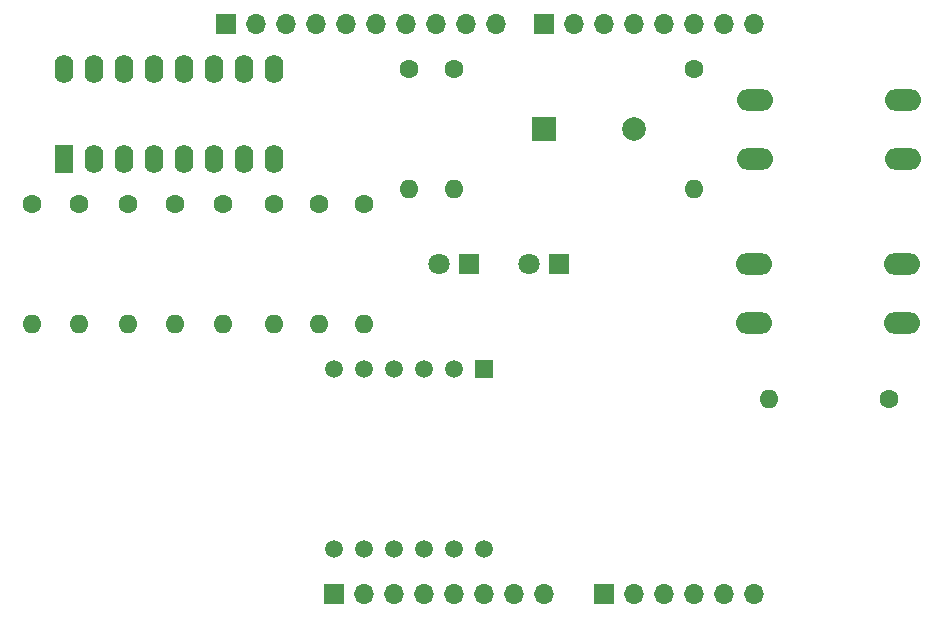
<source format=gbr>
%TF.GenerationSoftware,KiCad,Pcbnew,(7.0.0)*%
%TF.CreationDate,2023-04-13T09:35:06-06:00*%
%TF.ProjectId,Phase_A_UnoShield,50686173-655f-4415-9f55-6e6f53686965,rev?*%
%TF.SameCoordinates,Original*%
%TF.FileFunction,Soldermask,Bot*%
%TF.FilePolarity,Negative*%
%FSLAX46Y46*%
G04 Gerber Fmt 4.6, Leading zero omitted, Abs format (unit mm)*
G04 Created by KiCad (PCBNEW (7.0.0)) date 2023-04-13 09:35:06*
%MOMM*%
%LPD*%
G01*
G04 APERTURE LIST*
%ADD10C,1.500000*%
%ADD11R,1.500000X1.500000*%
%ADD12R,1.700000X1.700000*%
%ADD13O,1.700000X1.700000*%
%ADD14R,1.800000X1.800000*%
%ADD15C,1.800000*%
%ADD16R,1.600000X2.400000*%
%ADD17O,1.600000X2.400000*%
%ADD18C,1.600000*%
%ADD19O,1.600000X1.600000*%
%ADD20R,2.000000X2.000000*%
%ADD21C,2.000000*%
%ADD22O,3.048000X1.850000*%
G04 APERTURE END LIST*
D10*
%TO.C,U1*%
X140640000Y-93650000D03*
X138100000Y-93650000D03*
X135560000Y-93650000D03*
X133020000Y-93650000D03*
X130480000Y-93650000D03*
X127940000Y-93650000D03*
X127940000Y-78410000D03*
X130480000Y-78410000D03*
X133020000Y-78410000D03*
X135560000Y-78410000D03*
X138100000Y-78410000D03*
D11*
X140639999Y-78409999D03*
%TD*%
D12*
%TO.C,J1*%
X127939999Y-97459999D03*
D13*
X130479999Y-97459999D03*
X133019999Y-97459999D03*
X135559999Y-97459999D03*
X138099999Y-97459999D03*
X140639999Y-97459999D03*
X143179999Y-97459999D03*
X145719999Y-97459999D03*
%TD*%
D12*
%TO.C,J3*%
X150799999Y-97459999D03*
D13*
X153339999Y-97459999D03*
X155879999Y-97459999D03*
X158419999Y-97459999D03*
X160959999Y-97459999D03*
X163499999Y-97459999D03*
%TD*%
D12*
%TO.C,J2*%
X118795999Y-49199999D03*
D13*
X121335999Y-49199999D03*
X123875999Y-49199999D03*
X126415999Y-49199999D03*
X128955999Y-49199999D03*
X131495999Y-49199999D03*
X134035999Y-49199999D03*
X136575999Y-49199999D03*
X139115999Y-49199999D03*
X141655999Y-49199999D03*
%TD*%
D12*
%TO.C,J4*%
X145719999Y-49199999D03*
D13*
X148259999Y-49199999D03*
X150799999Y-49199999D03*
X153339999Y-49199999D03*
X155879999Y-49199999D03*
X158419999Y-49199999D03*
X160959999Y-49199999D03*
X163499999Y-49199999D03*
%TD*%
D14*
%TO.C,D2*%
X146989999Y-69519999D03*
D15*
X144450000Y-69520000D03*
%TD*%
D16*
%TO.C,U2*%
X105079999Y-60629999D03*
D17*
X107619999Y-60629999D03*
X110159999Y-60629999D03*
X112699999Y-60629999D03*
X115239999Y-60629999D03*
X117779999Y-60629999D03*
X120319999Y-60629999D03*
X122859999Y-60629999D03*
X122859999Y-53009999D03*
X120319999Y-53009999D03*
X117779999Y-53009999D03*
X115239999Y-53009999D03*
X112699999Y-53009999D03*
X110159999Y-53009999D03*
X107619999Y-53009999D03*
X105079999Y-53009999D03*
%TD*%
D18*
%TO.C,R8*%
X110470000Y-64440000D03*
D19*
X110469999Y-74599999D03*
%TD*%
D18*
%TO.C,R5*%
X130480000Y-64440000D03*
D19*
X130479999Y-74599999D03*
%TD*%
D14*
%TO.C,D1*%
X139369999Y-69519999D03*
D15*
X136830000Y-69520000D03*
%TD*%
D18*
%TO.C,R1*%
X158420000Y-53010000D03*
D19*
X158419999Y-63169999D03*
%TD*%
D20*
%TO.C,LS1*%
X145729999Y-58089999D03*
D21*
X153330000Y-58090000D03*
%TD*%
D18*
%TO.C,R2*%
X174930000Y-80950000D03*
D19*
X164769999Y-80949999D03*
%TD*%
D22*
%TO.C,SW1*%
X176089999Y-60589999D03*
X163589999Y-60589999D03*
X176089999Y-55589999D03*
X163589999Y-55589999D03*
%TD*%
%TO.C,SW2*%
X163499999Y-69519999D03*
X175999999Y-69519999D03*
X163499999Y-74519999D03*
X175999999Y-74519999D03*
%TD*%
D18*
%TO.C,R12*%
X126670000Y-64440000D03*
D19*
X126669999Y-74599999D03*
%TD*%
D18*
%TO.C,R10*%
X118570000Y-64440000D03*
D19*
X118569999Y-74599999D03*
%TD*%
D18*
%TO.C,R9*%
X114520000Y-64440000D03*
D19*
X114519999Y-74599999D03*
%TD*%
D18*
%TO.C,R6*%
X102370000Y-64440000D03*
D19*
X102369999Y-74599999D03*
%TD*%
D18*
%TO.C,R3*%
X134300000Y-53010000D03*
D19*
X134299999Y-63169999D03*
%TD*%
D18*
%TO.C,R7*%
X106350000Y-64440000D03*
D19*
X106349999Y-74599999D03*
%TD*%
D18*
%TO.C,R11*%
X122860000Y-64440000D03*
D19*
X122859999Y-74599999D03*
%TD*%
D18*
%TO.C,R4*%
X138110000Y-53010000D03*
D19*
X138109999Y-63169999D03*
%TD*%
M02*

</source>
